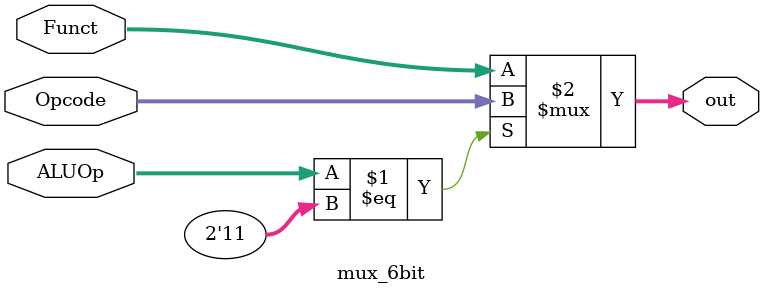
<source format=v>
`timescale 1ns / 1ps

module mux_6bit(
    input [1:0] ALUOp,
    input [5:0] Opcode,
    input [5:0] Funct,
    output [5:0] out
    );
    assign out = (ALUOp == 2'b11) ? Opcode : Funct;
endmodule

</source>
